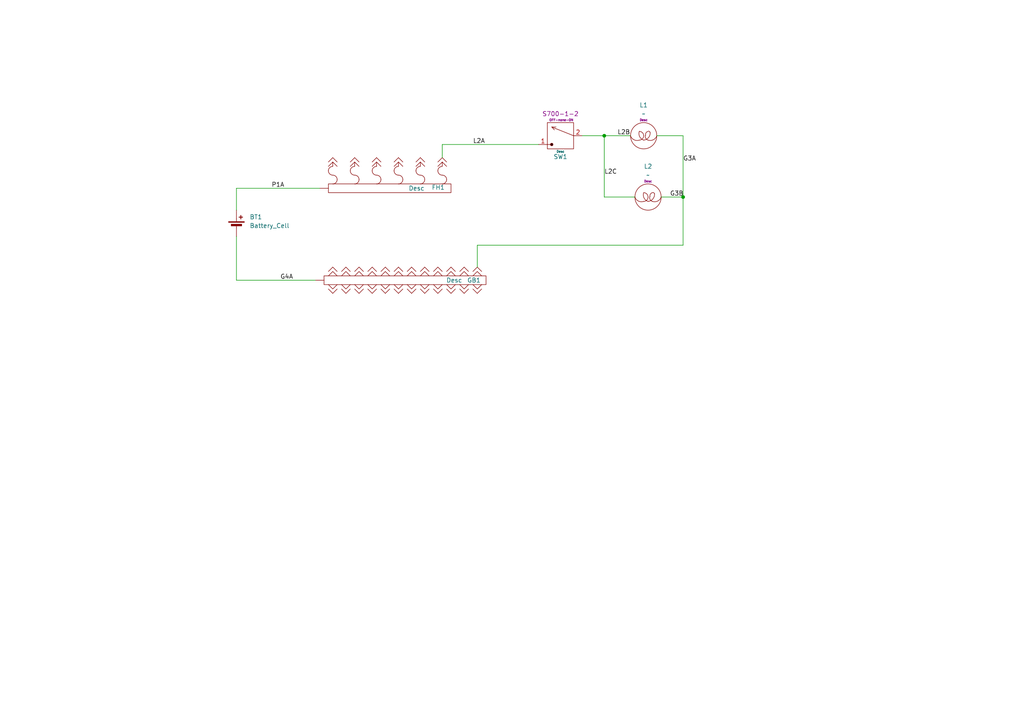
<source format=kicad_sch>
(kicad_sch
	(version 20250114)
	(generator "eeschema")
	(generator_version "9.0")
	(uuid "54b1aeba-9ceb-45cf-abbb-71d5775470ba")
	(paper "A4")
	(lib_symbols
		(symbol "AeroElectricConnectionSymbols:Fuse_Holder_6x"
			(pin_numbers
				(hide yes)
			)
			(pin_names
				(offset 0)
				(hide yes)
			)
			(exclude_from_sim no)
			(in_bom yes)
			(on_board yes)
			(property "Reference" "FH"
				(at -3.556 -14.732 90)
				(do_not_autoplace)
				(effects
					(font
						(size 1.27 1.27)
					)
					(justify left)
				)
			)
			(property "Value" "Desc"
				(at -3.81 -8.89 90)
				(do_not_autoplace)
				(effects
					(font
						(size 1.27 1.27)
					)
					(justify left)
				)
			)
			(property "Footprint" ""
				(at -2.54 11.43 0)
				(effects
					(font
						(size 1.27 1.27)
					)
					(hide yes)
				)
			)
			(property "Datasheet" ""
				(at -2.54 11.43 0)
				(effects
					(font
						(size 1.27 1.27)
					)
					(hide yes)
				)
			)
			(property "Description" ""
				(at -2.54 11.43 0)
				(effects
					(font
						(size 1.27 1.27)
					)
					(hide yes)
				)
			)
			(symbol "Fuse_Holder_6x_0_1"
				(rectangle
					(start -5.08 19.05)
					(end -2.54 -16.51)
					(stroke
						(width 0)
						(type default)
					)
					(fill
						(type none)
					)
				)
				(arc
					(start 0 17.78)
					(mid -0.372 16.882)
					(end -1.27 16.51)
					(stroke
						(width 0)
						(type default)
					)
					(fill
						(type none)
					)
				)
				(arc
					(start 0 11.43)
					(mid -0.372 10.532)
					(end -1.27 10.16)
					(stroke
						(width 0)
						(type default)
					)
					(fill
						(type none)
					)
				)
				(arc
					(start 0 5.08)
					(mid -0.372 4.182)
					(end -1.27 3.81)
					(stroke
						(width 0)
						(type default)
					)
					(fill
						(type none)
					)
				)
				(arc
					(start 0 -1.27)
					(mid -0.372 -2.168)
					(end -1.27 -2.54)
					(stroke
						(width 0)
						(type default)
					)
					(fill
						(type none)
					)
				)
				(arc
					(start 0 -7.62)
					(mid -0.372 -8.518)
					(end -1.27 -8.89)
					(stroke
						(width 0)
						(type default)
					)
					(fill
						(type none)
					)
				)
				(arc
					(start 0 -13.97)
					(mid -0.372 -14.868)
					(end -1.27 -15.24)
					(stroke
						(width 0)
						(type default)
					)
					(fill
						(type none)
					)
				)
				(arc
					(start -1.27 16.51)
					(mid -2.168 16.882)
					(end -2.54 17.78)
					(stroke
						(width 0)
						(type default)
					)
					(fill
						(type none)
					)
				)
				(arc
					(start -1.27 10.16)
					(mid -2.168 10.532)
					(end -2.54 11.43)
					(stroke
						(width 0)
						(type default)
					)
					(fill
						(type none)
					)
				)
				(arc
					(start -1.27 3.81)
					(mid -2.168 4.182)
					(end -2.54 5.08)
					(stroke
						(width 0)
						(type default)
					)
					(fill
						(type none)
					)
				)
				(arc
					(start -1.27 -2.54)
					(mid -2.168 -2.168)
					(end -2.54 -1.27)
					(stroke
						(width 0)
						(type default)
					)
					(fill
						(type none)
					)
				)
				(arc
					(start -1.27 -8.89)
					(mid -2.168 -8.518)
					(end -2.54 -7.62)
					(stroke
						(width 0)
						(type default)
					)
					(fill
						(type none)
					)
				)
				(arc
					(start -1.27 -15.24)
					(mid -2.168 -14.868)
					(end -2.54 -13.97)
					(stroke
						(width 0)
						(type default)
					)
					(fill
						(type none)
					)
				)
				(arc
					(start 0 17.78)
					(mid 0.372 18.678)
					(end 1.27 19.05)
					(stroke
						(width 0)
						(type default)
					)
					(fill
						(type none)
					)
				)
				(arc
					(start 1.27 19.05)
					(mid 2.168 18.678)
					(end 2.54 17.78)
					(stroke
						(width 0)
						(type default)
					)
					(fill
						(type none)
					)
				)
				(arc
					(start 0 11.43)
					(mid 0.372 12.328)
					(end 1.27 12.7)
					(stroke
						(width 0)
						(type default)
					)
					(fill
						(type none)
					)
				)
				(arc
					(start 1.27 12.7)
					(mid 2.168 12.328)
					(end 2.54 11.43)
					(stroke
						(width 0)
						(type default)
					)
					(fill
						(type none)
					)
				)
				(arc
					(start 0 5.08)
					(mid 0.372 5.978)
					(end 1.27 6.35)
					(stroke
						(width 0)
						(type default)
					)
					(fill
						(type none)
					)
				)
				(arc
					(start 1.27 6.35)
					(mid 2.168 5.978)
					(end 2.54 5.08)
					(stroke
						(width 0)
						(type default)
					)
					(fill
						(type none)
					)
				)
				(arc
					(start 0 -1.27)
					(mid 0.372 -0.372)
					(end 1.27 0)
					(stroke
						(width 0)
						(type default)
					)
					(fill
						(type none)
					)
				)
				(arc
					(start 1.27 0)
					(mid 2.168 -0.372)
					(end 2.54 -1.27)
					(stroke
						(width 0)
						(type default)
					)
					(fill
						(type none)
					)
				)
				(arc
					(start 0 -7.62)
					(mid 0.372 -6.722)
					(end 1.27 -6.35)
					(stroke
						(width 0)
						(type default)
					)
					(fill
						(type none)
					)
				)
				(arc
					(start 1.27 -6.35)
					(mid 2.168 -6.722)
					(end 2.54 -7.62)
					(stroke
						(width 0)
						(type default)
					)
					(fill
						(type none)
					)
				)
				(arc
					(start 0 -13.97)
					(mid 0.372 -13.072)
					(end 1.27 -12.7)
					(stroke
						(width 0)
						(type default)
					)
					(fill
						(type none)
					)
				)
				(arc
					(start 1.27 -12.7)
					(mid 2.168 -13.072)
					(end 2.54 -13.97)
					(stroke
						(width 0)
						(type default)
					)
					(fill
						(type none)
					)
				)
				(polyline
					(pts
						(xy 2.54 16.51) (xy 3.81 17.78) (xy 2.54 19.05)
					)
					(stroke
						(width 0)
						(type default)
					)
					(fill
						(type none)
					)
				)
				(polyline
					(pts
						(xy 2.54 10.16) (xy 3.81 11.43) (xy 2.54 12.7)
					)
					(stroke
						(width 0)
						(type default)
					)
					(fill
						(type none)
					)
				)
				(polyline
					(pts
						(xy 2.54 3.81) (xy 3.81 5.08) (xy 2.54 6.35)
					)
					(stroke
						(width 0)
						(type default)
					)
					(fill
						(type none)
					)
				)
				(polyline
					(pts
						(xy 2.54 -2.54) (xy 3.81 -1.27) (xy 2.54 0)
					)
					(stroke
						(width 0)
						(type default)
					)
					(fill
						(type none)
					)
				)
				(polyline
					(pts
						(xy 2.54 -8.89) (xy 3.81 -7.62) (xy 2.54 -6.35)
					)
					(stroke
						(width 0)
						(type default)
					)
					(fill
						(type none)
					)
				)
				(polyline
					(pts
						(xy 2.54 -15.24) (xy 3.81 -13.97) (xy 2.54 -12.7)
					)
					(stroke
						(width 0)
						(type default)
					)
					(fill
						(type none)
					)
				)
				(polyline
					(pts
						(xy 3.81 16.51) (xy 5.08 17.78) (xy 3.81 19.05)
					)
					(stroke
						(width 0)
						(type default)
					)
					(fill
						(type none)
					)
				)
				(polyline
					(pts
						(xy 3.81 10.16) (xy 5.08 11.43) (xy 3.81 12.7)
					)
					(stroke
						(width 0)
						(type default)
					)
					(fill
						(type none)
					)
				)
				(polyline
					(pts
						(xy 3.81 3.81) (xy 5.08 5.08) (xy 3.81 6.35)
					)
					(stroke
						(width 0)
						(type default)
					)
					(fill
						(type none)
					)
				)
				(polyline
					(pts
						(xy 3.81 -2.54) (xy 5.08 -1.27) (xy 3.81 0)
					)
					(stroke
						(width 0)
						(type default)
					)
					(fill
						(type none)
					)
				)
				(polyline
					(pts
						(xy 3.81 -8.89) (xy 5.08 -7.62) (xy 3.81 -6.35)
					)
					(stroke
						(width 0)
						(type default)
					)
					(fill
						(type none)
					)
				)
				(polyline
					(pts
						(xy 3.81 -15.24) (xy 5.08 -13.97) (xy 3.81 -12.7)
					)
					(stroke
						(width 0)
						(type default)
					)
					(fill
						(type none)
					)
				)
			)
			(symbol "Fuse_Holder_6x_1_1"
				(polyline
					(pts
						(xy 2.54 17.78) (xy 2.54 17.78)
					)
					(stroke
						(width 0)
						(type default)
					)
					(fill
						(type none)
					)
				)
				(polyline
					(pts
						(xy 2.54 17.78) (xy 2.54 17.78)
					)
					(stroke
						(width 0)
						(type default)
					)
					(fill
						(type none)
					)
				)
				(polyline
					(pts
						(xy 2.54 11.43) (xy 2.54 11.43)
					)
					(stroke
						(width 0)
						(type default)
					)
					(fill
						(type none)
					)
				)
				(polyline
					(pts
						(xy 2.54 11.43) (xy 2.54 11.43)
					)
					(stroke
						(width 0)
						(type default)
					)
					(fill
						(type none)
					)
				)
				(polyline
					(pts
						(xy 2.54 5.08) (xy 2.54 5.08)
					)
					(stroke
						(width 0)
						(type default)
					)
					(fill
						(type none)
					)
				)
				(polyline
					(pts
						(xy 2.54 5.08) (xy 2.54 5.08)
					)
					(stroke
						(width 0)
						(type default)
					)
					(fill
						(type none)
					)
				)
				(polyline
					(pts
						(xy 2.54 -1.27) (xy 2.54 -1.27)
					)
					(stroke
						(width 0)
						(type default)
					)
					(fill
						(type none)
					)
				)
				(polyline
					(pts
						(xy 2.54 -1.27) (xy 2.54 -1.27)
					)
					(stroke
						(width 0)
						(type default)
					)
					(fill
						(type none)
					)
				)
				(polyline
					(pts
						(xy 2.54 -7.62) (xy 2.54 -7.62)
					)
					(stroke
						(width 0)
						(type default)
					)
					(fill
						(type none)
					)
				)
				(polyline
					(pts
						(xy 2.54 -7.62) (xy 2.54 -7.62)
					)
					(stroke
						(width 0)
						(type default)
					)
					(fill
						(type none)
					)
				)
				(polyline
					(pts
						(xy 2.54 -13.97) (xy 2.54 -13.97)
					)
					(stroke
						(width 0)
						(type default)
					)
					(fill
						(type none)
					)
				)
				(polyline
					(pts
						(xy 2.54 -13.97) (xy 2.54 -13.97)
					)
					(stroke
						(width 0)
						(type default)
					)
					(fill
						(type none)
					)
				)
				(polyline
					(pts
						(xy 3.81 17.78) (xy 2.54 17.78)
					)
					(stroke
						(width 0)
						(type default)
					)
					(fill
						(type none)
					)
				)
				(polyline
					(pts
						(xy 3.81 11.43) (xy 2.54 11.43)
					)
					(stroke
						(width 0)
						(type default)
					)
					(fill
						(type none)
					)
				)
				(polyline
					(pts
						(xy 3.81 5.08) (xy 2.54 5.08)
					)
					(stroke
						(width 0)
						(type default)
					)
					(fill
						(type none)
					)
				)
				(polyline
					(pts
						(xy 3.81 -1.27) (xy 2.54 -1.27)
					)
					(stroke
						(width 0)
						(type default)
					)
					(fill
						(type none)
					)
				)
				(polyline
					(pts
						(xy 3.81 -7.62) (xy 2.54 -7.62)
					)
					(stroke
						(width 0)
						(type default)
					)
					(fill
						(type none)
					)
				)
				(polyline
					(pts
						(xy 3.81 -13.97) (xy 2.54 -13.97)
					)
					(stroke
						(width 0)
						(type default)
					)
					(fill
						(type none)
					)
				)
				(pin passive line
					(at -3.81 21.59 270)
					(length 2.54)
					(name "Pwr"
						(effects
							(font
								(size 1.27 1.27)
							)
						)
					)
					(number "1"
						(effects
							(font
								(size 1.27 1.27)
							)
						)
					)
				)
				(pin passive line
					(at 5.08 17.78 180)
					(length 0)
					(name "Desc"
						(effects
							(font
								(size 1.27 1.27)
							)
						)
					)
					(number "Val_A"
						(effects
							(font
								(size 1.27 1.27)
							)
						)
					)
				)
				(pin passive line
					(at 5.08 11.43 180)
					(length 0)
					(name "Desc"
						(effects
							(font
								(size 1.27 1.27)
							)
						)
					)
					(number "Val_A"
						(effects
							(font
								(size 1.27 1.27)
							)
						)
					)
				)
				(pin passive line
					(at 5.08 5.08 180)
					(length 0)
					(name "Desc"
						(effects
							(font
								(size 1.27 1.27)
							)
						)
					)
					(number "Val_A"
						(effects
							(font
								(size 1.27 1.27)
							)
						)
					)
				)
				(pin passive line
					(at 5.08 -1.27 180)
					(length 0)
					(name "Desc"
						(effects
							(font
								(size 1.27 1.27)
							)
						)
					)
					(number "Val_A"
						(effects
							(font
								(size 1.27 1.27)
							)
						)
					)
				)
				(pin passive line
					(at 5.08 -7.62 180)
					(length 0)
					(name "Desc"
						(effects
							(font
								(size 1.27 1.27)
							)
						)
					)
					(number "Val_A"
						(effects
							(font
								(size 1.27 1.27)
							)
						)
					)
				)
				(pin passive line
					(at 5.08 -13.97 180)
					(length 0)
					(name "Desc"
						(effects
							(font
								(size 1.27 1.27)
							)
						)
					)
					(number "Val_A"
						(effects
							(font
								(size 1.27 1.27)
							)
						)
					)
				)
			)
			(embedded_fonts no)
		)
		(symbol "AeroElectricConnectionSymbols:Ground_Block_24x"
			(pin_numbers
				(hide yes)
			)
			(pin_names
				(offset 0)
				(hide yes)
			)
			(exclude_from_sim no)
			(in_bom yes)
			(on_board yes)
			(property "Reference" "GB"
				(at 0 -22.606 90)
				(do_not_autoplace)
				(effects
					(font
						(size 1.27 1.27)
					)
					(justify left)
				)
			)
			(property "Value" "Desc"
				(at 0 -17.272 90)
				(do_not_autoplace)
				(effects
					(font
						(size 1.27 1.27)
					)
					(justify left)
				)
			)
			(property "Footprint" ""
				(at 1.27 13.97 0)
				(effects
					(font
						(size 1.27 1.27)
					)
					(hide yes)
				)
			)
			(property "Datasheet" "GB24 Grounding Block"
				(at 1.27 13.97 0)
				(effects
					(font
						(size 1.27 1.27)
					)
					(hide yes)
				)
			)
			(property "Description" ""
				(at 1.27 13.97 0)
				(effects
					(font
						(size 1.27 1.27)
					)
					(hide yes)
				)
			)
			(symbol "Ground_Block_24x_0_1"
				(polyline
					(pts
						(xy -2.54 21.59) (xy -3.81 20.32) (xy -2.54 19.05)
					)
					(stroke
						(width 0)
						(type default)
					)
					(fill
						(type none)
					)
				)
				(polyline
					(pts
						(xy -2.54 17.78) (xy -3.81 16.51) (xy -2.54 15.24)
					)
					(stroke
						(width 0)
						(type default)
					)
					(fill
						(type none)
					)
				)
				(polyline
					(pts
						(xy -2.54 13.97) (xy -3.81 12.7) (xy -2.54 11.43)
					)
					(stroke
						(width 0)
						(type default)
					)
					(fill
						(type none)
					)
				)
				(polyline
					(pts
						(xy -2.54 10.16) (xy -3.81 8.89) (xy -2.54 7.62)
					)
					(stroke
						(width 0)
						(type default)
					)
					(fill
						(type none)
					)
				)
				(polyline
					(pts
						(xy -2.54 6.35) (xy -3.81 5.08) (xy -2.54 3.81)
					)
					(stroke
						(width 0)
						(type default)
					)
					(fill
						(type none)
					)
				)
				(polyline
					(pts
						(xy -2.54 2.54) (xy -3.81 1.27) (xy -2.54 0)
					)
					(stroke
						(width 0)
						(type default)
					)
					(fill
						(type none)
					)
				)
				(polyline
					(pts
						(xy -2.54 -1.27) (xy -3.81 -2.54) (xy -2.54 -3.81)
					)
					(stroke
						(width 0)
						(type default)
					)
					(fill
						(type none)
					)
				)
				(polyline
					(pts
						(xy -2.54 -5.08) (xy -3.81 -6.35) (xy -2.54 -7.62)
					)
					(stroke
						(width 0)
						(type default)
					)
					(fill
						(type none)
					)
				)
				(polyline
					(pts
						(xy -2.54 -8.89) (xy -3.81 -10.16) (xy -2.54 -11.43)
					)
					(stroke
						(width 0)
						(type default)
					)
					(fill
						(type none)
					)
				)
				(polyline
					(pts
						(xy -2.54 -12.7) (xy -3.81 -13.97) (xy -2.54 -15.24)
					)
					(stroke
						(width 0)
						(type default)
					)
					(fill
						(type none)
					)
				)
				(polyline
					(pts
						(xy -2.54 -16.51) (xy -3.81 -17.78) (xy -2.54 -19.05)
					)
					(stroke
						(width 0)
						(type default)
					)
					(fill
						(type none)
					)
				)
				(polyline
					(pts
						(xy -2.54 -20.32) (xy -3.81 -21.59) (xy -2.54 -22.86)
					)
					(stroke
						(width 0)
						(type default)
					)
					(fill
						(type none)
					)
				)
				(rectangle
					(start -1.27 22.86)
					(end 1.27 -24.13)
					(stroke
						(width 0)
						(type default)
					)
					(fill
						(type none)
					)
				)
				(polyline
					(pts
						(xy -1.27 21.59) (xy -2.54 20.32) (xy -1.27 19.05)
					)
					(stroke
						(width 0)
						(type default)
					)
					(fill
						(type none)
					)
				)
				(polyline
					(pts
						(xy -1.27 17.78) (xy -2.54 16.51) (xy -1.27 15.24)
					)
					(stroke
						(width 0)
						(type default)
					)
					(fill
						(type none)
					)
				)
				(polyline
					(pts
						(xy -1.27 13.97) (xy -2.54 12.7) (xy -1.27 11.43)
					)
					(stroke
						(width 0)
						(type default)
					)
					(fill
						(type none)
					)
				)
				(polyline
					(pts
						(xy -1.27 10.16) (xy -2.54 8.89) (xy -1.27 7.62)
					)
					(stroke
						(width 0)
						(type default)
					)
					(fill
						(type none)
					)
				)
				(polyline
					(pts
						(xy -1.27 6.35) (xy -2.54 5.08) (xy -1.27 3.81)
					)
					(stroke
						(width 0)
						(type default)
					)
					(fill
						(type none)
					)
				)
				(polyline
					(pts
						(xy -1.27 2.54) (xy -2.54 1.27) (xy -1.27 0)
					)
					(stroke
						(width 0)
						(type default)
					)
					(fill
						(type none)
					)
				)
				(polyline
					(pts
						(xy -1.27 -1.27) (xy -2.54 -2.54) (xy -1.27 -3.81)
					)
					(stroke
						(width 0)
						(type default)
					)
					(fill
						(type none)
					)
				)
				(polyline
					(pts
						(xy -1.27 -5.08) (xy -2.54 -6.35) (xy -1.27 -7.62)
					)
					(stroke
						(width 0)
						(type default)
					)
					(fill
						(type none)
					)
				)
				(polyline
					(pts
						(xy -1.27 -8.89) (xy -2.54 -10.16) (xy -1.27 -11.43)
					)
					(stroke
						(width 0)
						(type default)
					)
					(fill
						(type none)
					)
				)
				(polyline
					(pts
						(xy -1.27 -12.7) (xy -2.54 -13.97) (xy -1.27 -15.24)
					)
					(stroke
						(width 0)
						(type default)
					)
					(fill
						(type none)
					)
				)
				(polyline
					(pts
						(xy -1.27 -16.51) (xy -2.54 -17.78) (xy -1.27 -19.05)
					)
					(stroke
						(width 0)
						(type default)
					)
					(fill
						(type none)
					)
				)
				(polyline
					(pts
						(xy -1.27 -20.32) (xy -2.54 -21.59) (xy -1.27 -22.86)
					)
					(stroke
						(width 0)
						(type default)
					)
					(fill
						(type none)
					)
				)
				(polyline
					(pts
						(xy 1.27 19.05) (xy 2.54 20.32) (xy 1.27 21.59)
					)
					(stroke
						(width 0)
						(type default)
					)
					(fill
						(type none)
					)
				)
				(polyline
					(pts
						(xy 1.27 15.24) (xy 2.54 16.51) (xy 1.27 17.78)
					)
					(stroke
						(width 0)
						(type default)
					)
					(fill
						(type none)
					)
				)
				(polyline
					(pts
						(xy 1.27 11.43) (xy 2.54 12.7) (xy 1.27 13.97)
					)
					(stroke
						(width 0)
						(type default)
					)
					(fill
						(type none)
					)
				)
				(polyline
					(pts
						(xy 1.27 7.62) (xy 2.54 8.89) (xy 1.27 10.16)
					)
					(stroke
						(width 0)
						(type default)
					)
					(fill
						(type none)
					)
				)
				(polyline
					(pts
						(xy 1.27 3.81) (xy 2.54 5.08) (xy 1.27 6.35)
					)
					(stroke
						(width 0)
						(type default)
					)
					(fill
						(type none)
					)
				)
				(polyline
					(pts
						(xy 1.27 0) (xy 2.54 1.27) (xy 1.27 2.54)
					)
					(stroke
						(width 0)
						(type default)
					)
					(fill
						(type none)
					)
				)
				(polyline
					(pts
						(xy 1.27 -3.81) (xy 2.54 -2.54) (xy 1.27 -1.27)
					)
					(stroke
						(width 0)
						(type default)
					)
					(fill
						(type none)
					)
				)
				(polyline
					(pts
						(xy 1.27 -7.62) (xy 2.54 -6.35) (xy 1.27 -5.08)
					)
					(stroke
						(width 0)
						(type default)
					)
					(fill
						(type none)
					)
				)
				(polyline
					(pts
						(xy 1.27 -11.43) (xy 2.54 -10.16) (xy 1.27 -8.89)
					)
					(stroke
						(width 0)
						(type default)
					)
					(fill
						(type none)
					)
				)
				(polyline
					(pts
						(xy 1.27 -15.24) (xy 2.54 -13.97) (xy 1.27 -12.7)
					)
					(stroke
						(width 0)
						(type default)
					)
					(fill
						(type none)
					)
				)
				(polyline
					(pts
						(xy 1.27 -19.05) (xy 2.54 -17.78) (xy 1.27 -16.51)
					)
					(stroke
						(width 0)
						(type default)
					)
					(fill
						(type none)
					)
				)
				(polyline
					(pts
						(xy 1.27 -22.86) (xy 2.54 -21.59) (xy 1.27 -20.32)
					)
					(stroke
						(width 0)
						(type default)
					)
					(fill
						(type none)
					)
				)
				(polyline
					(pts
						(xy 2.54 19.05) (xy 3.81 20.32) (xy 2.54 21.59)
					)
					(stroke
						(width 0)
						(type default)
					)
					(fill
						(type none)
					)
				)
				(polyline
					(pts
						(xy 2.54 15.24) (xy 3.81 16.51) (xy 2.54 17.78)
					)
					(stroke
						(width 0)
						(type default)
					)
					(fill
						(type none)
					)
				)
				(polyline
					(pts
						(xy 2.54 11.43) (xy 3.81 12.7) (xy 2.54 13.97)
					)
					(stroke
						(width 0)
						(type default)
					)
					(fill
						(type none)
					)
				)
				(polyline
					(pts
						(xy 2.54 7.62) (xy 3.81 8.89) (xy 2.54 10.16)
					)
					(stroke
						(width 0)
						(type default)
					)
					(fill
						(type none)
					)
				)
				(polyline
					(pts
						(xy 2.54 3.81) (xy 3.81 5.08) (xy 2.54 6.35)
					)
					(stroke
						(width 0)
						(type default)
					)
					(fill
						(type none)
					)
				)
				(polyline
					(pts
						(xy 2.54 0) (xy 3.81 1.27) (xy 2.54 2.54)
					)
					(stroke
						(width 0)
						(type default)
					)
					(fill
						(type none)
					)
				)
				(polyline
					(pts
						(xy 2.54 -3.81) (xy 3.81 -2.54) (xy 2.54 -1.27)
					)
					(stroke
						(width 0)
						(type default)
					)
					(fill
						(type none)
					)
				)
				(polyline
					(pts
						(xy 2.54 -7.62) (xy 3.81 -6.35) (xy 2.54 -5.08)
					)
					(stroke
						(width 0)
						(type default)
					)
					(fill
						(type none)
					)
				)
				(polyline
					(pts
						(xy 2.54 -11.43) (xy 3.81 -10.16) (xy 2.54 -8.89)
					)
					(stroke
						(width 0)
						(type default)
					)
					(fill
						(type none)
					)
				)
				(polyline
					(pts
						(xy 2.54 -15.24) (xy 3.81 -13.97) (xy 2.54 -12.7)
					)
					(stroke
						(width 0)
						(type default)
					)
					(fill
						(type none)
					)
				)
				(polyline
					(pts
						(xy 2.54 -19.05) (xy 3.81 -17.78) (xy 2.54 -16.51)
					)
					(stroke
						(width 0)
						(type default)
					)
					(fill
						(type none)
					)
				)
				(polyline
					(pts
						(xy 2.54 -22.86) (xy 3.81 -21.59) (xy 2.54 -20.32)
					)
					(stroke
						(width 0)
						(type default)
					)
					(fill
						(type none)
					)
				)
			)
			(symbol "Ground_Block_24x_1_1"
				(polyline
					(pts
						(xy -6.35 20.32) (xy -6.35 20.32)
					)
					(stroke
						(width 0)
						(type default)
					)
					(fill
						(type none)
					)
				)
				(polyline
					(pts
						(xy -6.35 20.32) (xy -6.35 20.32)
					)
					(stroke
						(width 0)
						(type default)
					)
					(fill
						(type none)
					)
				)
				(polyline
					(pts
						(xy -6.35 16.51) (xy -6.35 16.51)
					)
					(stroke
						(width 0)
						(type default)
					)
					(fill
						(type none)
					)
				)
				(polyline
					(pts
						(xy -6.35 16.51) (xy -6.35 16.51)
					)
					(stroke
						(width 0)
						(type default)
					)
					(fill
						(type none)
					)
				)
				(polyline
					(pts
						(xy -6.35 12.7) (xy -6.35 12.7)
					)
					(stroke
						(width 0)
						(type default)
					)
					(fill
						(type none)
					)
				)
				(polyline
					(pts
						(xy -6.35 12.7) (xy -6.35 12.7)
					)
					(stroke
						(width 0)
						(type default)
					)
					(fill
						(type none)
					)
				)
				(polyline
					(pts
						(xy -6.35 8.89) (xy -6.35 8.89)
					)
					(stroke
						(width 0)
						(type default)
					)
					(fill
						(type none)
					)
				)
				(polyline
					(pts
						(xy -6.35 8.89) (xy -6.35 8.89)
					)
					(stroke
						(width 0)
						(type default)
					)
					(fill
						(type none)
					)
				)
				(polyline
					(pts
						(xy -6.35 5.08) (xy -6.35 5.08)
					)
					(stroke
						(width 0)
						(type default)
					)
					(fill
						(type none)
					)
				)
				(polyline
					(pts
						(xy -6.35 5.08) (xy -6.35 5.08)
					)
					(stroke
						(width 0)
						(type default)
					)
					(fill
						(type none)
					)
				)
				(polyline
					(pts
						(xy -6.35 1.27) (xy -6.35 1.27)
					)
					(stroke
						(width 0)
						(type default)
					)
					(fill
						(type none)
					)
				)
				(polyline
					(pts
						(xy -6.35 1.27) (xy -6.35 1.27)
					)
					(stroke
						(width 0)
						(type default)
					)
					(fill
						(type none)
					)
				)
				(polyline
					(pts
						(xy -6.35 -2.54) (xy -6.35 -2.54)
					)
					(stroke
						(width 0)
						(type default)
					)
					(fill
						(type none)
					)
				)
				(polyline
					(pts
						(xy -6.35 -2.54) (xy -6.35 -2.54)
					)
					(stroke
						(width 0)
						(type default)
					)
					(fill
						(type none)
					)
				)
				(polyline
					(pts
						(xy -6.35 -6.35) (xy -6.35 -6.35)
					)
					(stroke
						(width 0)
						(type default)
					)
					(fill
						(type none)
					)
				)
				(polyline
					(pts
						(xy -6.35 -6.35) (xy -6.35 -6.35)
					)
					(stroke
						(width 0)
						(type default)
					)
					(fill
						(type none)
					)
				)
				(polyline
					(pts
						(xy -6.35 -10.16) (xy -6.35 -10.16)
					)
					(stroke
						(width 0)
						(type default)
					)
					(fill
						(type none)
					)
				)
				(polyline
					(pts
						(xy -6.35 -10.16) (xy -6.35 -10.16)
					)
					(stroke
						(width 0)
						(type default)
					)
					(fill
						(type none)
					)
				)
				(polyline
					(pts
						(xy -6.35 -13.97) (xy -6.35 -13.97)
					)
					(stroke
						(width 0)
						(type default)
					)
					(fill
						(type none)
					)
				)
				(polyline
					(pts
						(xy -6.35 -13.97) (xy -6.35 -13.97)
					)
					(stroke
						(width 0)
						(type default)
					)
					(fill
						(type none)
					)
				)
				(polyline
					(pts
						(xy -6.35 -17.78) (xy -6.35 -17.78)
					)
					(stroke
						(width 0)
						(type default)
					)
					(fill
						(type none)
					)
				)
				(polyline
					(pts
						(xy -6.35 -17.78) (xy -6.35 -17.78)
					)
					(stroke
						(width 0)
						(type default)
					)
					(fill
						(type none)
					)
				)
				(polyline
					(pts
						(xy -6.35 -21.59) (xy -6.35 -21.59)
					)
					(stroke
						(width 0)
						(type default)
					)
					(fill
						(type none)
					)
				)
				(polyline
					(pts
						(xy -6.35 -21.59) (xy -6.35 -21.59)
					)
					(stroke
						(width 0)
						(type default)
					)
					(fill
						(type none)
					)
				)
				(polyline
					(pts
						(xy 6.35 20.32) (xy 6.35 20.32)
					)
					(stroke
						(width 0)
						(type default)
					)
					(fill
						(type none)
					)
				)
				(polyline
					(pts
						(xy 6.35 20.32) (xy 6.35 20.32)
					)
					(stroke
						(width 0)
						(type default)
					)
					(fill
						(type none)
					)
				)
				(polyline
					(pts
						(xy 6.35 16.51) (xy 6.35 16.51)
					)
					(stroke
						(width 0)
						(type default)
					)
					(fill
						(type none)
					)
				)
				(polyline
					(pts
						(xy 6.35 16.51) (xy 6.35 16.51)
					)
					(stroke
						(width 0)
						(type default)
					)
					(fill
						(type none)
					)
				)
				(polyline
					(pts
						(xy 6.35 12.7) (xy 6.35 12.7)
					)
					(stroke
						(width 0)
						(type default)
					)
					(fill
						(type none)
					)
				)
				(polyline
					(pts
						(xy 6.35 12.7) (xy 6.35 12.7)
					)
					(stroke
						(width 0)
						(type default)
					)
					(fill
						(type none)
					)
				)
				(polyline
					(pts
						(xy 6.35 8.89) (xy 6.35 8.89)
					)
					(stroke
						(width 0)
						(type default)
					)
					(fill
						(type none)
					)
				)
				(polyline
					(pts
						(xy 6.35 8.89) (xy 6.35 8.89)
					)
					(stroke
						(width 0)
						(type default)
					)
					(fill
						(type none)
					)
				)
				(polyline
					(pts
						(xy 6.35 5.08) (xy 6.35 5.08)
					)
					(stroke
						(width 0)
						(type default)
					)
					(fill
						(type none)
					)
				)
				(polyline
					(pts
						(xy 6.35 5.08) (xy 6.35 5.08)
					)
					(stroke
						(width 0)
						(type default)
					)
					(fill
						(type none)
					)
				)
				(polyline
					(pts
						(xy 6.35 1.27) (xy 6.35 1.27)
					)
					(stroke
						(width 0)
						(type default)
					)
					(fill
						(type none)
					)
				)
				(polyline
					(pts
						(xy 6.35 1.27) (xy 6.35 1.27)
					)
					(stroke
						(width 0)
						(type default)
					)
					(fill
						(type none)
					)
				)
				(polyline
					(pts
						(xy 6.35 -2.54) (xy 6.35 -2.54)
					)
					(stroke
						(width 0)
						(type default)
					)
					(fill
						(type none)
					)
				)
				(polyline
					(pts
						(xy 6.35 -2.54) (xy 6.35 -2.54)
					)
					(stroke
						(width 0)
						(type default)
					)
					(fill
						(type none)
					)
				)
				(polyline
					(pts
						(xy 6.35 -6.35) (xy 6.35 -6.35)
					)
					(stroke
						(width 0)
						(type default)
					)
					(fill
						(type none)
					)
				)
				(polyline
					(pts
						(xy 6.35 -6.35) (xy 6.35 -6.35)
					)
					(stroke
						(width 0)
						(type default)
					)
					(fill
						(type none)
					)
				)
				(polyline
					(pts
						(xy 6.35 -10.16) (xy 6.35 -10.16)
					)
					(stroke
						(width 0)
						(type default)
					)
					(fill
						(type none)
					)
				)
				(polyline
					(pts
						(xy 6.35 -10.16) (xy 6.35 -10.16)
					)
					(stroke
						(width 0)
						(type default)
					)
					(fill
						(type none)
					)
				)
				(polyline
					(pts
						(xy 6.35 -13.97) (xy 6.35 -13.97)
					)
					(stroke
						(width 0)
						(type default)
					)
					(fill
						(type none)
					)
				)
				(polyline
					(pts
						(xy 6.35 -13.97) (xy 6.35 -13.97)
					)
					(stroke
						(width 0)
						(type default)
					)
					(fill
						(type none)
					)
				)
				(polyline
					(pts
						(xy 6.35 -17.78) (xy 6.35 -17.78)
					)
					(stroke
						(width 0)
						(type default)
					)
					(fill
						(type none)
					)
				)
				(polyline
					(pts
						(xy 6.35 -17.78) (xy 6.35 -17.78)
					)
					(stroke
						(width 0)
						(type default)
					)
					(fill
						(type none)
					)
				)
				(polyline
					(pts
						(xy 6.35 -21.59) (xy 6.35 -21.59)
					)
					(stroke
						(width 0)
						(type default)
					)
					(fill
						(type none)
					)
				)
				(polyline
					(pts
						(xy 6.35 -21.59) (xy 6.35 -21.59)
					)
					(stroke
						(width 0)
						(type default)
					)
					(fill
						(type none)
					)
				)
				(pin passive line
					(at -3.81 20.32 0)
					(length 0)
					(name "Desc"
						(effects
							(font
								(size 1.27 1.27)
							)
						)
					)
					(number "Val_A"
						(effects
							(font
								(size 1.27 1.27)
							)
						)
					)
				)
				(pin passive line
					(at -3.81 16.51 0)
					(length 0)
					(name "Desc"
						(effects
							(font
								(size 1.27 1.27)
							)
						)
					)
					(number "Val_A"
						(effects
							(font
								(size 1.27 1.27)
							)
						)
					)
				)
				(pin passive line
					(at -3.81 12.7 0)
					(length 0)
					(name "Desc"
						(effects
							(font
								(size 1.27 1.27)
							)
						)
					)
					(number "Val_A"
						(effects
							(font
								(size 1.27 1.27)
							)
						)
					)
				)
				(pin passive line
					(at -3.81 8.89 0)
					(length 0)
					(name "Desc"
						(effects
							(font
								(size 1.27 1.27)
							)
						)
					)
					(number "Val_A"
						(effects
							(font
								(size 1.27 1.27)
							)
						)
					)
				)
				(pin passive line
					(at -3.81 5.08 0)
					(length 0)
					(name "Desc"
						(effects
							(font
								(size 1.27 1.27)
							)
						)
					)
					(number "Val_A"
						(effects
							(font
								(size 1.27 1.27)
							)
						)
					)
				)
				(pin passive line
					(at -3.81 1.27 0)
					(length 0)
					(name "Desc"
						(effects
							(font
								(size 1.27 1.27)
							)
						)
					)
					(number "Val_A"
						(effects
							(font
								(size 1.27 1.27)
							)
						)
					)
				)
				(pin passive line
					(at -3.81 -2.54 0)
					(length 0)
					(name "Desc"
						(effects
							(font
								(size 1.27 1.27)
							)
						)
					)
					(number "Val_A"
						(effects
							(font
								(size 1.27 1.27)
							)
						)
					)
				)
				(pin passive line
					(at -3.81 -6.35 0)
					(length 0)
					(name "Desc"
						(effects
							(font
								(size 1.27 1.27)
							)
						)
					)
					(number "Val_A"
						(effects
							(font
								(size 1.27 1.27)
							)
						)
					)
				)
				(pin passive line
					(at -3.81 -10.16 0)
					(length 0)
					(name "Desc"
						(effects
							(font
								(size 1.27 1.27)
							)
						)
					)
					(number "Val_A"
						(effects
							(font
								(size 1.27 1.27)
							)
						)
					)
				)
				(pin passive line
					(at -3.81 -13.97 0)
					(length 0)
					(name "Desc"
						(effects
							(font
								(size 1.27 1.27)
							)
						)
					)
					(number "Val_A"
						(effects
							(font
								(size 1.27 1.27)
							)
						)
					)
				)
				(pin passive line
					(at -3.81 -17.78 0)
					(length 0)
					(name "Desc"
						(effects
							(font
								(size 1.27 1.27)
							)
						)
					)
					(number "Val_A"
						(effects
							(font
								(size 1.27 1.27)
							)
						)
					)
				)
				(pin passive line
					(at -3.81 -21.59 0)
					(length 0)
					(name "Desc"
						(effects
							(font
								(size 1.27 1.27)
							)
						)
					)
					(number "Val_A"
						(effects
							(font
								(size 1.27 1.27)
							)
						)
					)
				)
				(pin passive line
					(at 0 25.4 270)
					(length 2.54)
					(name "Pwr"
						(effects
							(font
								(size 1.27 1.27)
							)
						)
					)
					(number "1"
						(effects
							(font
								(size 1.27 1.27)
							)
						)
					)
				)
				(pin passive line
					(at 3.81 20.32 180)
					(length 0)
					(name "Desc"
						(effects
							(font
								(size 1.27 1.27)
							)
						)
					)
					(number "Val_A"
						(effects
							(font
								(size 1.27 1.27)
							)
						)
					)
				)
				(pin passive line
					(at 3.81 16.51 180)
					(length 0)
					(name "Desc"
						(effects
							(font
								(size 1.27 1.27)
							)
						)
					)
					(number "Val_A"
						(effects
							(font
								(size 1.27 1.27)
							)
						)
					)
				)
				(pin passive line
					(at 3.81 12.7 180)
					(length 0)
					(name "Desc"
						(effects
							(font
								(size 1.27 1.27)
							)
						)
					)
					(number "Val_A"
						(effects
							(font
								(size 1.27 1.27)
							)
						)
					)
				)
				(pin passive line
					(at 3.81 8.89 180)
					(length 0)
					(name "Desc"
						(effects
							(font
								(size 1.27 1.27)
							)
						)
					)
					(number "Val_A"
						(effects
							(font
								(size 1.27 1.27)
							)
						)
					)
				)
				(pin passive line
					(at 3.81 5.08 180)
					(length 0)
					(name "Desc"
						(effects
							(font
								(size 1.27 1.27)
							)
						)
					)
					(number "Val_A"
						(effects
							(font
								(size 1.27 1.27)
							)
						)
					)
				)
				(pin passive line
					(at 3.81 1.27 180)
					(length 0)
					(name "Desc"
						(effects
							(font
								(size 1.27 1.27)
							)
						)
					)
					(number "Val_A"
						(effects
							(font
								(size 1.27 1.27)
							)
						)
					)
				)
				(pin passive line
					(at 3.81 -2.54 180)
					(length 0)
					(name "Desc"
						(effects
							(font
								(size 1.27 1.27)
							)
						)
					)
					(number "Val_A"
						(effects
							(font
								(size 1.27 1.27)
							)
						)
					)
				)
				(pin passive line
					(at 3.81 -6.35 180)
					(length 0)
					(name "Desc"
						(effects
							(font
								(size 1.27 1.27)
							)
						)
					)
					(number "Val_A"
						(effects
							(font
								(size 1.27 1.27)
							)
						)
					)
				)
				(pin passive line
					(at 3.81 -10.16 180)
					(length 0)
					(name "Desc"
						(effects
							(font
								(size 1.27 1.27)
							)
						)
					)
					(number "Val_A"
						(effects
							(font
								(size 1.27 1.27)
							)
						)
					)
				)
				(pin passive line
					(at 3.81 -13.97 180)
					(length 0)
					(name "Desc"
						(effects
							(font
								(size 1.27 1.27)
							)
						)
					)
					(number "Val_A"
						(effects
							(font
								(size 1.27 1.27)
							)
						)
					)
				)
				(pin passive line
					(at 3.81 -17.78 180)
					(length 0)
					(name "Desc"
						(effects
							(font
								(size 1.27 1.27)
							)
						)
					)
					(number "Val_A"
						(effects
							(font
								(size 1.27 1.27)
							)
						)
					)
				)
				(pin passive line
					(at 3.81 -21.59 180)
					(length 0)
					(name "Desc"
						(effects
							(font
								(size 1.27 1.27)
							)
						)
					)
					(number "Val_A"
						(effects
							(font
								(size 1.27 1.27)
							)
						)
					)
				)
			)
			(embedded_fonts no)
		)
		(symbol "AeroElectricConnectionSymbols:Lamp"
			(pin_numbers
				(hide yes)
			)
			(pin_names
				(hide yes)
			)
			(exclude_from_sim no)
			(in_bom yes)
			(on_board yes)
			(property "Reference" "L"
				(at 0 6.096 0)
				(effects
					(font
						(size 1.27 1.27)
					)
				)
			)
			(property "Value" ""
				(at 0 0 90)
				(effects
					(font
						(size 1.27 1.27)
					)
				)
			)
			(property "Footprint" ""
				(at 0 0 90)
				(effects
					(font
						(size 1.27 1.27)
					)
					(hide yes)
				)
			)
			(property "Datasheet" ""
				(at 0 0 90)
				(effects
					(font
						(size 1.27 1.27)
					)
					(hide yes)
				)
			)
			(property "Description" "Desc"
				(at 0 4.572 0)
				(do_not_autoplace)
				(effects
					(font
						(size 0.635 0.635)
					)
				)
			)
			(symbol "Lamp_0_1"
				(arc
					(start -1.27 -1.27)
					(mid -2.803 -1.1611)
					(end -3.81 0)
					(stroke
						(width 0)
						(type default)
					)
					(fill
						(type none)
					)
				)
				(arc
					(start 0 0)
					(mid -0.372 -0.898)
					(end -1.27 -1.27)
					(stroke
						(width 0)
						(type default)
					)
					(fill
						(type none)
					)
				)
				(arc
					(start -1.27 1.27)
					(mid -0.372 0.898)
					(end 0 0)
					(stroke
						(width 0)
						(type default)
					)
					(fill
						(type none)
					)
				)
				(arc
					(start 1.8758 0.9538)
					(mid 1.3985 -0.5466)
					(end 0 -1.27)
					(stroke
						(width 0)
						(type default)
					)
					(fill
						(type none)
					)
				)
				(circle
					(center 0 0)
					(radius 3.81)
					(stroke
						(width 0)
						(type default)
					)
					(fill
						(type none)
					)
				)
				(arc
					(start 0 -1.27)
					(mid -1.1611 -0.263)
					(end -1.27 1.27)
					(stroke
						(width 0)
						(type default)
					)
					(fill
						(type none)
					)
				)
				(arc
					(start 1.3671 1.3353)
					(mid 1.6919 1.2279)
					(end 1.844 0.922)
					(stroke
						(width 0)
						(type default)
					)
					(fill
						(type none)
					)
				)
				(arc
					(start 0.5722 0.1271)
					(mid 0.6847 0.8428)
					(end 1.27 1.27)
					(stroke
						(width 0)
						(type default)
					)
					(fill
						(type none)
					)
				)
				(arc
					(start 1.27 -1.27)
					(mid 0.6002 -0.7291)
					(end 0.5086 0.1271)
					(stroke
						(width 0)
						(type default)
					)
					(fill
						(type none)
					)
				)
				(arc
					(start 3.81 0)
					(mid 2.803 -1.1611)
					(end 1.27 -1.27)
					(stroke
						(width 0)
						(type default)
					)
					(fill
						(type none)
					)
				)
			)
			(symbol "Lamp_1_1"
				(pin passive line
					(at -3.81 0 0)
					(length 0)
					(name "In"
						(effects
							(font
								(size 1.27 1.27)
							)
						)
					)
					(number "1"
						(effects
							(font
								(size 1.27 1.27)
							)
						)
					)
				)
				(pin passive line
					(at 3.81 0 180)
					(length 0)
					(name "Out"
						(effects
							(font
								(size 1.27 1.27)
							)
						)
					)
					(number "2"
						(effects
							(font
								(size 1.27 1.27)
							)
						)
					)
				)
			)
			(embedded_fonts no)
		)
		(symbol "AeroElectricConnectionSymbols:S700-1-2"
			(pin_names
				(hide yes)
			)
			(exclude_from_sim no)
			(in_bom yes)
			(on_board yes)
			(property "Reference" "SW"
				(at 0 6.096 0)
				(do_not_autoplace)
				(effects
					(font
						(size 1.27 1.27)
					)
				)
			)
			(property "Value" "Desc"
				(at 0 4.572 0)
				(do_not_autoplace)
				(effects
					(font
						(size 0.635 0.635)
					)
				)
			)
			(property "Footprint" ""
				(at 0 3.048 0)
				(effects
					(font
						(size 1.27 1.27)
					)
					(hide yes)
				)
			)
			(property "Datasheet" "S700-1-2"
				(at -0.254 -7.366 0)
				(effects
					(font
						(size 1.27 1.27)
					)
				)
			)
			(property "Description" "OFF-none-ON"
				(at -0.254 -4.572 0)
				(do_not_autoplace)
				(effects
					(font
						(size 0.635 0.635)
					)
				)
			)
			(symbol "S700-1-2_0_1"
				(rectangle
					(start -3.81 3.81)
					(end 3.81 -3.81)
					(stroke
						(width 0)
						(type default)
					)
					(fill
						(type none)
					)
				)
				(polyline
					(pts
						(xy -3.81 0) (xy 2.54 -2.54) (xy 1.7627 -1.6939)
					)
					(stroke
						(width 0)
						(type default)
					)
					(fill
						(type none)
					)
				)
				(circle
					(center 2.54 2.54)
					(radius 0.381)
					(stroke
						(width 0)
						(type default)
					)
					(fill
						(type color)
						(color 0 0 0 1)
					)
				)
				(polyline
					(pts
						(xy 2.54 -2.54) (xy 1.27 -2.54)
					)
					(stroke
						(width 0)
						(type default)
					)
					(fill
						(type none)
					)
				)
				(polyline
					(pts
						(xy 3.81 2.54) (xy 2.54 2.54)
					)
					(stroke
						(width 0)
						(type default)
					)
					(fill
						(type none)
					)
				)
			)
			(symbol "S700-1-2_1_1"
				(pin passive line
					(at -6.35 0 0)
					(length 2.54)
					(name "IN"
						(effects
							(font
								(size 1.27 1.27)
							)
						)
					)
					(number "2"
						(effects
							(font
								(size 1.27 1.27)
							)
						)
					)
				)
				(pin passive line
					(at 6.35 2.54 180)
					(length 2.54)
					(name "ON"
						(effects
							(font
								(size 1.27 1.27)
							)
						)
					)
					(number "1"
						(effects
							(font
								(size 1.27 1.27)
							)
						)
					)
				)
			)
			(embedded_fonts no)
		)
		(symbol "Device:Battery_Cell"
			(pin_numbers
				(hide yes)
			)
			(pin_names
				(offset 0)
				(hide yes)
			)
			(exclude_from_sim no)
			(in_bom yes)
			(on_board yes)
			(property "Reference" "BT"
				(at 2.54 2.54 0)
				(effects
					(font
						(size 1.27 1.27)
					)
					(justify left)
				)
			)
			(property "Value" "Battery_Cell"
				(at 2.54 0 0)
				(effects
					(font
						(size 1.27 1.27)
					)
					(justify left)
				)
			)
			(property "Footprint" ""
				(at 0 1.524 90)
				(effects
					(font
						(size 1.27 1.27)
					)
					(hide yes)
				)
			)
			(property "Datasheet" "~"
				(at 0 1.524 90)
				(effects
					(font
						(size 1.27 1.27)
					)
					(hide yes)
				)
			)
			(property "Description" "Single-cell battery"
				(at 0 0 0)
				(effects
					(font
						(size 1.27 1.27)
					)
					(hide yes)
				)
			)
			(property "ki_keywords" "battery cell"
				(at 0 0 0)
				(effects
					(font
						(size 1.27 1.27)
					)
					(hide yes)
				)
			)
			(symbol "Battery_Cell_0_1"
				(rectangle
					(start -2.286 1.778)
					(end 2.286 1.524)
					(stroke
						(width 0)
						(type default)
					)
					(fill
						(type outline)
					)
				)
				(rectangle
					(start -1.524 1.016)
					(end 1.524 0.508)
					(stroke
						(width 0)
						(type default)
					)
					(fill
						(type outline)
					)
				)
				(polyline
					(pts
						(xy 0 1.778) (xy 0 2.54)
					)
					(stroke
						(width 0)
						(type default)
					)
					(fill
						(type none)
					)
				)
				(polyline
					(pts
						(xy 0 0.762) (xy 0 0)
					)
					(stroke
						(width 0)
						(type default)
					)
					(fill
						(type none)
					)
				)
				(polyline
					(pts
						(xy 0.762 3.048) (xy 1.778 3.048)
					)
					(stroke
						(width 0.254)
						(type default)
					)
					(fill
						(type none)
					)
				)
				(polyline
					(pts
						(xy 1.27 3.556) (xy 1.27 2.54)
					)
					(stroke
						(width 0.254)
						(type default)
					)
					(fill
						(type none)
					)
				)
			)
			(symbol "Battery_Cell_1_1"
				(pin passive line
					(at 0 5.08 270)
					(length 2.54)
					(name "+"
						(effects
							(font
								(size 1.27 1.27)
							)
						)
					)
					(number "1"
						(effects
							(font
								(size 1.27 1.27)
							)
						)
					)
				)
				(pin passive line
					(at 0 -2.54 90)
					(length 2.54)
					(name "-"
						(effects
							(font
								(size 1.27 1.27)
							)
						)
					)
					(number "2"
						(effects
							(font
								(size 1.27 1.27)
							)
						)
					)
				)
			)
			(embedded_fonts no)
		)
	)
	(junction
		(at 175.26 39.37)
		(diameter 0)
		(color 0 0 0 0)
		(uuid "1d3c4f88-91ed-45bb-bd26-ab44bd65a605")
	)
	(junction
		(at 198.12 57.15)
		(diameter 0)
		(color 0 0 0 0)
		(uuid "7852bf32-58b8-49a3-a8e8-be125d88e40b")
	)
	(wire
		(pts
			(xy 191.77 57.15) (xy 198.12 57.15)
		)
		(stroke
			(width 0)
			(type default)
		)
		(uuid "0abd63f8-58ae-4423-9d09-d56d0539f904")
	)
	(wire
		(pts
			(xy 128.27 45.72) (xy 128.27 41.91)
		)
		(stroke
			(width 0)
			(type default)
		)
		(uuid "1cea6079-5075-49f7-aa21-4a37819fc4dc")
	)
	(wire
		(pts
			(xy 68.58 54.61) (xy 92.71 54.61)
		)
		(stroke
			(width 0)
			(type default)
		)
		(uuid "347cb6a7-d08d-498b-9d2b-68a60fa1c887")
	)
	(wire
		(pts
			(xy 68.58 68.58) (xy 68.58 81.28)
		)
		(stroke
			(width 0)
			(type default)
		)
		(uuid "37205bcf-7bfe-49a7-86ff-214fa5e89a21")
	)
	(wire
		(pts
			(xy 68.58 60.96) (xy 68.58 54.61)
		)
		(stroke
			(width 0)
			(type default)
		)
		(uuid "422b4c93-8e62-4249-92e4-3d5140302a20")
	)
	(wire
		(pts
			(xy 68.58 81.28) (xy 91.44 81.28)
		)
		(stroke
			(width 0)
			(type default)
		)
		(uuid "4beac7f7-2185-4e49-8394-35d6b5bb5700")
	)
	(wire
		(pts
			(xy 175.26 57.15) (xy 175.26 39.37)
		)
		(stroke
			(width 0)
			(type default)
		)
		(uuid "6d5e0adf-cb83-45f6-a17f-967a5fea8464")
	)
	(wire
		(pts
			(xy 175.26 39.37) (xy 182.88 39.37)
		)
		(stroke
			(width 0)
			(type default)
		)
		(uuid "8e6a93ad-ec31-451e-b505-375038ec1665")
	)
	(wire
		(pts
			(xy 138.43 77.47) (xy 138.43 71.12)
		)
		(stroke
			(width 0)
			(type default)
		)
		(uuid "8fd2b36b-a370-4c2b-96db-334719b94bb5")
	)
	(wire
		(pts
			(xy 198.12 57.15) (xy 198.12 39.37)
		)
		(stroke
			(width 0)
			(type default)
		)
		(uuid "94cc658e-faac-4da7-83a0-cf4dde89c1d4")
	)
	(wire
		(pts
			(xy 138.43 71.12) (xy 198.12 71.12)
		)
		(stroke
			(width 0)
			(type default)
		)
		(uuid "9c6a54c3-d3d0-44dc-bd00-235e2a72ec6b")
	)
	(wire
		(pts
			(xy 198.12 39.37) (xy 190.5 39.37)
		)
		(stroke
			(width 0)
			(type default)
		)
		(uuid "9fbb09e8-6dbb-4188-a048-b7da31bde1fd")
	)
	(wire
		(pts
			(xy 198.12 71.12) (xy 198.12 57.15)
		)
		(stroke
			(width 0)
			(type default)
		)
		(uuid "cdda3f58-c933-4246-8e10-1ff8724c9580")
	)
	(wire
		(pts
			(xy 184.15 57.15) (xy 175.26 57.15)
		)
		(stroke
			(width 0)
			(type default)
		)
		(uuid "dce720b5-8515-4d56-ae8b-47adc0fe1fee")
	)
	(wire
		(pts
			(xy 128.27 41.91) (xy 156.21 41.91)
		)
		(stroke
			(width 0)
			(type default)
		)
		(uuid "df308672-7ce2-405e-bb87-d76763ca3b84")
	)
	(wire
		(pts
			(xy 168.91 39.37) (xy 175.26 39.37)
		)
		(stroke
			(width 0)
			(type default)
		)
		(uuid "f9d99456-e7ba-4894-8f41-9088957eabfb")
	)
	(label "P1A"
		(at 78.74 54.61 0)
		(effects
			(font
				(size 1.27 1.27)
			)
			(justify left bottom)
		)
		(uuid "0032598d-4465-44c8-abc3-28f67b537e09")
	)
	(label "L2C"
		(at 175.26 50.8 0)
		(effects
			(font
				(size 1.27 1.27)
			)
			(justify left bottom)
		)
		(uuid "0fe64eba-acb2-477e-8015-94e70ad20aa7")
	)
	(label "G3A"
		(at 198.12 46.99 0)
		(effects
			(font
				(size 1.27 1.27)
			)
			(justify left bottom)
		)
		(uuid "4d6bc7b4-0b64-4273-bf56-fca680e87aba")
	)
	(label "L2B"
		(at 179.07 39.37 0)
		(effects
			(font
				(size 1.27 1.27)
			)
			(justify left bottom)
		)
		(uuid "5e82689e-59c9-47de-8e39-b9ffc989e216")
	)
	(label "G4A"
		(at 81.28 81.28 0)
		(effects
			(font
				(size 1.27 1.27)
			)
			(justify left bottom)
		)
		(uuid "bcd0766a-9388-4a76-8196-4cfd05743509")
	)
	(label "G3B"
		(at 194.31 57.15 0)
		(effects
			(font
				(size 1.27 1.27)
			)
			(justify left bottom)
		)
		(uuid "ca6ce57b-ab04-4872-afd4-0e8d5df1cdd9")
	)
	(label "L2A"
		(at 137.16 41.91 0)
		(effects
			(font
				(size 1.27 1.27)
			)
			(justify left bottom)
		)
		(uuid "fb3e8f06-9869-4457-b977-ec88528ec8c8")
	)
	(symbol
		(lib_id "Device:Battery_Cell")
		(at 68.58 66.04 0)
		(unit 1)
		(exclude_from_sim no)
		(in_bom yes)
		(on_board yes)
		(dnp no)
		(fields_autoplaced yes)
		(uuid "46dd77f4-3b24-4ac8-8530-40f060c0ac79")
		(property "Reference" "BT1"
			(at 72.39 62.9284 0)
			(effects
				(font
					(size 1.27 1.27)
				)
				(justify left)
			)
		)
		(property "Value" "Battery_Cell"
			(at 72.39 65.4684 0)
			(effects
				(font
					(size 1.27 1.27)
				)
				(justify left)
			)
		)
		(property "Footprint" "|(1,0,0)S40"
			(at 68.58 64.516 90)
			(effects
				(font
					(size 1.27 1.27)
				)
				(hide yes)
			)
		)
		(property "Datasheet" "~"
			(at 68.58 64.516 90)
			(effects
				(font
					(size 1.27 1.27)
				)
				(hide yes)
			)
		)
		(property "Description" "Single-cell battery"
			(at 68.58 66.04 0)
			(effects
				(font
					(size 1.27 1.27)
				)
				(hide yes)
			)
		)
		(pin "1"
			(uuid "07c4f6fc-b54c-4c37-8a63-8ac8a11c75bb")
		)
		(pin "2"
			(uuid "475d45b6-fde2-4a65-a01c-45e0c5547959")
		)
		(instances
			(project ""
				(path "/54b1aeba-9ceb-45cf-abbb-71d5775470ba"
					(reference "BT1")
					(unit 1)
				)
			)
		)
	)
	(symbol
		(lib_id "AeroElectricConnectionSymbols:Lamp")
		(at 187.96 57.15 0)
		(unit 1)
		(exclude_from_sim no)
		(in_bom yes)
		(on_board yes)
		(dnp no)
		(fields_autoplaced yes)
		(uuid "6cac849d-0f21-4790-983d-fef7c36eb8bb")
		(property "Reference" "L2"
			(at 187.96 48.26 0)
			(effects
				(font
					(size 1.27 1.27)
				)
			)
		)
		(property "Value" "~"
			(at 187.96 50.8 0)
			(effects
				(font
					(size 1.27 1.27)
				)
			)
		)
		(property "Footprint" "|(0,0,-100)L2.5"
			(at 187.96 57.15 90)
			(effects
				(font
					(size 1.27 1.27)
				)
				(hide yes)
			)
		)
		(property "Datasheet" ""
			(at 187.96 57.15 90)
			(effects
				(font
					(size 1.27 1.27)
				)
				(hide yes)
			)
		)
		(property "Description" "Desc"
			(at 187.96 52.578 0)
			(do_not_autoplace yes)
			(effects
				(font
					(size 0.635 0.635)
				)
			)
		)
		(pin "2"
			(uuid "c79b85ca-f3b7-46e2-a325-8d8280d744e2")
		)
		(pin "1"
			(uuid "fb085010-6b14-46f6-ad44-7e611932220b")
		)
		(instances
			(project ""
				(path "/54b1aeba-9ceb-45cf-abbb-71d5775470ba"
					(reference "L2")
					(unit 1)
				)
			)
		)
	)
	(symbol
		(lib_id "AeroElectricConnectionSymbols:Lamp")
		(at 186.69 39.37 0)
		(unit 1)
		(exclude_from_sim no)
		(in_bom yes)
		(on_board yes)
		(dnp no)
		(fields_autoplaced yes)
		(uuid "793d1bff-38bc-4095-9752-e48502caced9")
		(property "Reference" "L1"
			(at 186.69 30.48 0)
			(effects
				(font
					(size 1.27 1.27)
				)
			)
		)
		(property "Value" "~"
			(at 186.69 33.02 0)
			(effects
				(font
					(size 1.27 1.27)
				)
			)
		)
		(property "Footprint" "|(0,0,100)L2.5"
			(at 186.69 39.37 90)
			(effects
				(font
					(size 1.27 1.27)
				)
				(hide yes)
			)
		)
		(property "Datasheet" ""
			(at 186.69 39.37 90)
			(effects
				(font
					(size 1.27 1.27)
				)
				(hide yes)
			)
		)
		(property "Description" "Desc"
			(at 186.69 34.798 0)
			(do_not_autoplace yes)
			(effects
				(font
					(size 0.635 0.635)
				)
			)
		)
		(pin "1"
			(uuid "91ea46f7-9e18-4c59-9959-a63e9a1ed86f")
		)
		(pin "2"
			(uuid "aeb19508-2cec-4924-bc80-ab91eaa73fc5")
		)
		(instances
			(project ""
				(path "/54b1aeba-9ceb-45cf-abbb-71d5775470ba"
					(reference "L1")
					(unit 1)
				)
			)
		)
	)
	(symbol
		(lib_id "AeroElectricConnectionSymbols:S700-1-2")
		(at 162.56 39.37 180)
		(unit 1)
		(exclude_from_sim no)
		(in_bom yes)
		(on_board yes)
		(dnp no)
		(fields_autoplaced yes)
		(uuid "7a2c9ba6-d496-4c92-b67b-ea7f2b94fbda")
		(property "Reference" "SW1"
			(at 162.56 45.466 0)
			(do_not_autoplace yes)
			(effects
				(font
					(size 1.27 1.27)
				)
			)
		)
		(property "Value" "Desc"
			(at 162.56 43.942 0)
			(do_not_autoplace yes)
			(effects
				(font
					(size 0.635 0.635)
				)
			)
		)
		(property "Footprint" "|(10,0,0)R20"
			(at 162.56 42.418 0)
			(effects
				(font
					(size 1.27 1.27)
				)
				(hide yes)
			)
		)
		(property "Datasheet" "S700-1-2"
			(at 162.56 33.02 0)
			(effects
				(font
					(size 1.27 1.27)
				)
			)
		)
		(property "Description" "OFF-none-ON"
			(at 162.814 34.798 0)
			(do_not_autoplace yes)
			(effects
				(font
					(size 0.635 0.635)
				)
			)
		)
		(pin "2"
			(uuid "0e834183-16dc-4c24-a75b-b230ab372638")
		)
		(pin "1"
			(uuid "00f0b7a5-de31-4d24-a888-e799c6edfaf1")
		)
		(instances
			(project ""
				(path "/54b1aeba-9ceb-45cf-abbb-71d5775470ba"
					(reference "SW1")
					(unit 1)
				)
			)
		)
	)
	(symbol
		(lib_id "AeroElectricConnectionSymbols:Fuse_Holder_6x")
		(at 114.3 50.8 90)
		(unit 1)
		(exclude_from_sim no)
		(in_bom yes)
		(on_board yes)
		(dnp no)
		(fields_autoplaced yes)
		(uuid "84cdce85-d89b-48c6-a95e-315239753583")
		(property "Reference" "FH1"
			(at 129.032 54.356 90)
			(do_not_autoplace yes)
			(effects
				(font
					(size 1.27 1.27)
				)
				(justify left)
			)
		)
		(property "Value" "Desc"
			(at 123.19 54.61 90)
			(do_not_autoplace yes)
			(effects
				(font
					(size 1.27 1.27)
				)
				(justify left)
			)
		)
		(property "Footprint" "|(0,10,0)R50"
			(at 102.87 53.34 0)
			(effects
				(font
					(size 1.27 1.27)
				)
				(hide yes)
			)
		)
		(property "Datasheet" ""
			(at 102.87 53.34 0)
			(effects
				(font
					(size 1.27 1.27)
				)
				(hide yes)
			)
		)
		(property "Description" ""
			(at 102.87 53.34 0)
			(effects
				(font
					(size 1.27 1.27)
				)
				(hide yes)
			)
		)
		(pin "1"
			(uuid "e46d89e9-8abc-48e7-b551-d92643e9892c")
		)
		(pin "Val_A"
			(uuid "1c8f6f9d-22c8-42df-9482-e2f110cd873b")
		)
		(pin "Val_A"
			(uuid "185df627-8129-45d1-b78b-1c926d2a9ab2")
		)
		(pin "Val_A"
			(uuid "75a610e0-4475-4ce2-95f7-0e2d347ca258")
		)
		(pin "Val_A"
			(uuid "4dc194c0-2c87-4e1d-b455-c1c19502bce8")
		)
		(pin "Val_A"
			(uuid "39934670-1097-4caf-927f-602827ddcb64")
		)
		(pin "Val_A"
			(uuid "1e9e14e1-e784-47b8-8f40-f0228efbe0d6")
		)
		(instances
			(project ""
				(path "/54b1aeba-9ceb-45cf-abbb-71d5775470ba"
					(reference "FH1")
					(unit 1)
				)
			)
		)
	)
	(symbol
		(lib_id "AeroElectricConnectionSymbols:Ground_Block_24x")
		(at 116.84 81.28 90)
		(unit 1)
		(exclude_from_sim no)
		(in_bom yes)
		(on_board yes)
		(dnp no)
		(fields_autoplaced yes)
		(uuid "fb652f5a-509b-46af-bcd5-cc4d6db4c32c")
		(property "Reference" "GB1"
			(at 139.446 81.28 90)
			(do_not_autoplace yes)
			(effects
				(font
					(size 1.27 1.27)
				)
				(justify left)
			)
		)
		(property "Value" "Desc"
			(at 134.112 81.28 90)
			(do_not_autoplace yes)
			(effects
				(font
					(size 1.27 1.27)
				)
				(justify left)
			)
		)
		(property "Footprint" "|(0,-10,0)R40"
			(at 102.87 80.01 0)
			(effects
				(font
					(size 1.27 1.27)
				)
				(hide yes)
			)
		)
		(property "Datasheet" "GB24 Grounding Block"
			(at 102.87 80.01 0)
			(effects
				(font
					(size 1.27 1.27)
				)
				(hide yes)
			)
		)
		(property "Description" ""
			(at 102.87 80.01 0)
			(effects
				(font
					(size 1.27 1.27)
				)
				(hide yes)
			)
		)
		(pin "Val_A"
			(uuid "4212d235-bb7d-46c7-9cca-205942ce7715")
		)
		(pin "Val_A"
			(uuid "06ce6d65-ea29-48c6-93b6-4fc31e0c884b")
		)
		(pin "Val_A"
			(uuid "fa941509-5594-4ca1-a361-6272303c8bdc")
		)
		(pin "Val_A"
			(uuid "bb45f752-b91b-4ec7-8256-42936d555e98")
		)
		(pin "Val_A"
			(uuid "8c8bd54d-bc85-4026-900b-d67054c0f709")
		)
		(pin "Val_A"
			(uuid "c87a4027-8a8d-4523-8e33-3f693a1b845c")
		)
		(pin "Val_A"
			(uuid "522b991c-b270-47ce-937a-1f45e1fb8232")
		)
		(pin "Val_A"
			(uuid "da2a03f0-0f8a-455a-b88f-e0fccfd5244a")
		)
		(pin "Val_A"
			(uuid "007657e2-3df7-4040-894d-52c8fa0e4f77")
		)
		(pin "Val_A"
			(uuid "95b8973c-5478-4914-8398-804d77d4e128")
		)
		(pin "Val_A"
			(uuid "7aea6287-75cb-4335-8b5e-6574ca157fae")
		)
		(pin "Val_A"
			(uuid "c03ab76c-0baf-40b8-9c52-64921111e8d0")
		)
		(pin "1"
			(uuid "c1725cb5-dc0e-4eb7-b846-d32dd1a10353")
		)
		(pin "Val_A"
			(uuid "328f6699-07b6-4e3c-9856-f21f0a64ef4e")
		)
		(pin "Val_A"
			(uuid "712d606f-1e51-44d8-8e4f-be6ffdd9a020")
		)
		(pin "Val_A"
			(uuid "8e3583f5-7b70-4bd2-bf6f-c9eff656a795")
		)
		(pin "Val_A"
			(uuid "c2fa1ffd-4ec3-43da-8749-12119cf54abf")
		)
		(pin "Val_A"
			(uuid "b1fc17f9-55ca-4438-a90b-8faa11b0c52e")
		)
		(pin "Val_A"
			(uuid "d19d79b4-5450-4f99-af31-ff0ce1171d75")
		)
		(pin "Val_A"
			(uuid "93334cec-ce88-4294-a6e5-9d58f492f4d5")
		)
		(pin "Val_A"
			(uuid "fcffe274-a107-4063-bfe2-1e8a840fb46f")
		)
		(pin "Val_A"
			(uuid "80875e9d-8240-4520-8fb8-8c0924a836aa")
		)
		(pin "Val_A"
			(uuid "13f61043-720e-4f96-ab8a-7a8f8eac97c6")
		)
		(pin "Val_A"
			(uuid "fe68dd65-1b51-482c-92a1-a4c0506be3c6")
		)
		(pin "Val_A"
			(uuid "0bb05b91-d10e-497b-ae63-e65db5715425")
		)
		(instances
			(project ""
				(path "/54b1aeba-9ceb-45cf-abbb-71d5775470ba"
					(reference "GB1")
					(unit 1)
				)
			)
		)
	)
	(sheet_instances
		(path "/"
			(page "1")
		)
	)
	(embedded_fonts no)
)

</source>
